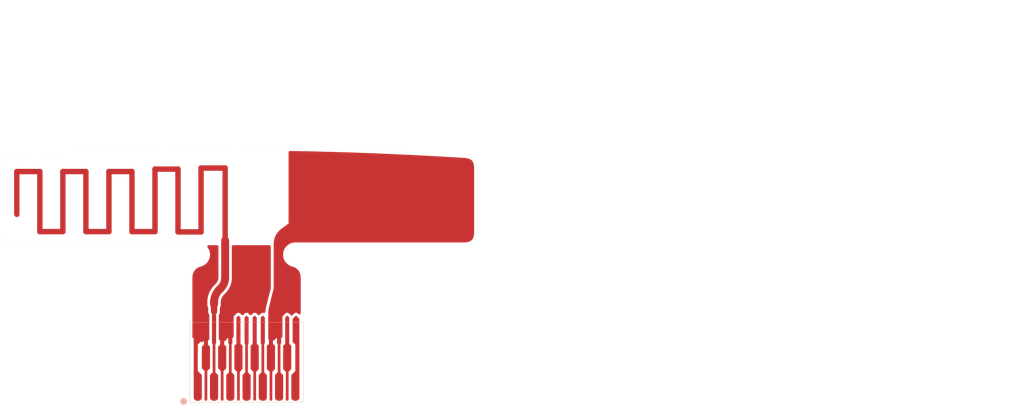
<source format=kicad_pcb>
(kicad_pcb (version 20240108) (generator "pcbnew") (generator_version "8.0")
  (layers (0 "F.Cu" signal) (31 "B.Cu" signal) (34 "B.Paste" user) (35 "F.Paste" user) (36 "B.SilkS" user "B.Silkscreen") (37 "F.SilkS" user "F.Silkscreen") (38 "B.Mask" user) (39 "F.Mask" user) (44 "Edge.Cuts" user))
  (net 0 "")
  (net 1 "Batteryin")
  (net 2 "gnd")
  (net 3 "antenna")
  (footprint "Library:flex connector" (layer "B.Cu") (at 175.7 90.05)
    (property "Reference" "REF**" (hide yes))
    (property "Value" "flex connector" (hide yes))
    (fp_circle (center -0.125 3.925) (end 0 3.925) (fill solid) (layer "B.SilkS"))
    (fp_poly (pts (xy 0.1 3.95) (xy 4.3 3.95) (xy 4.3 1) (xy 0.1 1)) (stroke (width 0.01)) (fill none) (layer "B.SilkS"))
    (pad "1" smd rect (at 0.325 2.325) (size 0.15 1.25) (layers "F.Cu" "F.Paste" "F.Mask"))
    (pad "1" smd roundrect (at 0.375 1.3) (size 0.25 1.1) (layers "F.Cu" "F.Paste" "F.Mask") (roundrect_rratio 0) (chamfer_ratio 0.5) (chamfer top_left top_right bottom_left bottom_right) (net 2 "gnd"))
    (pad "1" smd roundrect (at 0.4 3.35) (size 0.3 1.1) (layers "F.Cu" "F.Paste" "F.Mask") (roundrect_rratio 0.4) (chamfer_ratio 0.5) (chamfer top_left top_right))
    (pad "2" smd roundrect (at 0.7 1.425) (size 0.15 1.35) (layers "F.Cu" "F.Paste" "F.Mask") (roundrect_rratio 0) (chamfer_ratio 0.5) (chamfer top_left top_right bottom_left bottom_right) (net 2 "gnd"))
    (pad "2" smd roundrect (at 0.7 2.3) (size 0.3 1.1) (layers "F.Cu" "F.Paste" "F.Mask") (roundrect_rratio 0) (chamfer_ratio 0.5) (chamfer top_left top_right bottom_left bottom_right))
    (pad "2" smd roundrect (at 0.7 3.3) (size 0.1 1.2) (layers "F.Cu" "F.Paste" "F.Mask") (roundrect_rratio 0.5))
    (pad "3" smd roundrect (at 1 1.3) (size 0.15 1.1) (layers "F.Cu" "F.Paste" "F.Mask") (roundrect_rratio 0) (chamfer_ratio 0.5) (chamfer top_left top_right bottom_left bottom_right) (net 3 "antenna"))
    (pad "3" smd rect (at 1 2.4) (size 0.1 1.2) (layers "F.Cu" "F.Paste" "F.Mask"))
    (pad "3" smd roundrect (at 1 3.35) (size 0.3 1.1) (layers "F.Cu" "F.Paste" "F.Mask") (roundrect_rratio 0.4) (chamfer_ratio 0.5) (chamfer top_left top_right))
    (pad "4" smd roundrect (at 1.3 1.425) (size 0.15 1.35) (layers "F.Cu" "F.Paste" "F.Mask") (roundrect_rratio 0) (chamfer_ratio 0.5) (chamfer top_left top_right bottom_left bottom_right) (net 2 "gnd"))
    (pad "4" smd roundrect (at 1.3 2.3) (size 0.3 1.1) (layers "F.Cu" "F.Paste" "F.Mask") (roundrect_rratio 0) (chamfer_ratio 0.5) (chamfer top_left top_right bottom_left bottom_right))
    (pad "4" smd roundrect (at 1.3 3.3) (size 0.1 1.2) (layers "F.Cu" "F.Paste" "F.Mask") (roundrect_rratio 0.5))
    (pad "5" smd roundrect (at 1.6 1.3) (size 0.15 1.1) (layers "F.Cu" "F.Paste" "F.Mask") (roundrect_rratio 0) (chamfer_ratio 0.5) (chamfer top_left top_right bottom_left bottom_right) (net 2 "gnd"))
    (pad "5" smd rect (at 1.6 2.3) (size 0.1 1.25) (layers "F.Cu" "F.Paste" "F.Mask"))
    (pad "5" smd roundrect (at 1.6 3.35) (size 0.3 1.1) (layers "F.Cu" "F.Paste" "F.Mask") (roundrect_rratio 0.4) (chamfer_ratio 0.5) (chamfer top_left top_right))
    (pad "6" smd roundrect (at 1.899999 2.3) (size 0.3 1.1) (layers "F.Cu" "F.Paste" "F.Mask") (roundrect_rratio 0) (chamfer_ratio 0.4) (chamfer top_left top_right bottom_left bottom_right))
    (pad "6" smd roundrect (at 1.9 1.425) (size 0.15 1.35) (layers "F.Cu" "F.Paste" "F.Mask") (roundrect_rratio 0) (chamfer_ratio 0.5) (chamfer top_left top_right bottom_left bottom_right))
    (pad "6" smd roundrect (at 1.9 3.299999) (size 0.1 1.2) (layers "F.Cu" "F.Paste" "F.Mask") (roundrect_rratio 0.5))
    (pad "7" smd roundrect (at 2.2 1.3) (size 0.15 1.1) (layers "F.Cu" "F.Paste" "F.Mask") (roundrect_rratio 0) (chamfer_ratio 0.5) (chamfer top_left top_right bottom_left bottom_right))
    (pad "7" smd rect (at 2.2 2.300001) (size 0.1 1.25) (layers "F.Cu" "F.Paste" "F.Mask"))
    (pad "7" smd roundrect (at 2.2 3.35) (size 0.3 1.1) (layers "F.Cu" "F.Paste" "F.Mask") (roundrect_rratio 0.4) (chamfer_ratio 0.5) (chamfer top_left top_right))
    (pad "8" smd roundrect (at 2.5 1.425) (size 0.15 1.35) (layers "F.Cu" "F.Paste" "F.Mask") (roundrect_rratio 0) (chamfer_ratio 0.5) (chamfer top_left top_right bottom_left bottom_right))
    (pad "8" smd roundrect (at 2.5 2.300001) (size 0.3 1.1) (layers "F.Cu" "F.Paste" "F.Mask") (roundrect_rratio 0) (chamfer_ratio 0.4) (chamfer top_left top_right bottom_left bottom_right))
    (pad "8" smd roundrect (at 2.5 3.299999) (size 0.1 1.2) (layers "F.Cu" "F.Paste" "F.Mask") (roundrect_rratio 0.5))
    (pad "9" smd roundrect (at 2.8 1.3) (size 0.15 1.1) (layers "F.Cu" "F.Paste" "F.Mask") (roundrect_rratio 0) (chamfer_ratio 0.5) (chamfer top_left top_right bottom_left bottom_right))
    (pad "9" smd rect (at 2.8 2.300001) (size 0.1 1.25) (layers "F.Cu" "F.Paste" "F.Mask"))
    (pad "9" smd roundrect (at 2.8 3.35) (size 0.3 1.1) (layers "F.Cu" "F.Paste" "F.Mask") (roundrect_rratio 0.4) (chamfer_ratio 0.5) (chamfer top_left top_right))
    (pad "10" smd roundrect (at 3.1 1.4125) (size 0.15 1.325) (layers "F.Cu" "F.Paste" "F.Mask") (roundrect_rratio 0) (chamfer_ratio 0.5) (chamfer top_left top_right bottom_left bottom_right) (net 1 "Batteryin"))
    (pad "10" smd roundrect (at 3.1 2.300001) (size 0.3 1.1) (layers "F.Cu" "F.Paste" "F.Mask") (roundrect_rratio 0) (chamfer_ratio 0.4) (chamfer top_left top_right bottom_left bottom_right))
    (pad "10" smd roundrect (at 3.1 3.299999) (size 0.1 1.2) (layers "F.Cu" "F.Paste" "F.Mask") (roundrect_rratio 0.5))
    (pad "11" smd roundrect (at 3.4 1.3) (size 0.15 1.1) (layers "F.Cu" "F.Paste" "F.Mask") (roundrect_rratio 0) (chamfer_ratio 0.5) (chamfer top_left top_right bottom_left bottom_right) (net 1 "Batteryin"))
    (pad "11" smd rect (at 3.4 2.300001) (size 0.1 1.25) (layers "F.Cu" "F.Paste" "F.Mask"))
    (pad "11" smd roundrect (at 3.4 3.35) (size 0.3 1.1) (layers "F.Cu" "F.Paste" "F.Mask") (roundrect_rratio 0.4) (chamfer_ratio 0.5) (chamfer top_left top_right))
    (pad "12" smd roundrect (at 3.7 1.3625) (size 0.15 1.225) (layers "F.Cu" "F.Paste" "F.Mask") (roundrect_rratio 0) (chamfer_ratio 0.5) (chamfer top_left top_right bottom_left bottom_right))
    (pad "12" smd roundrect (at 3.7 2.300001) (size 0.3 1.1) (layers "F.Cu" "F.Paste" "F.Mask") (roundrect_rratio 0) (chamfer_ratio 0.4) (chamfer top_left top_right bottom_left bottom_right))
    (pad "12" smd roundrect (at 3.7 3.299999) (size 0.1 1.2) (layers "F.Cu" "F.Paste" "F.Mask") (roundrect_rratio 0.5))
    (pad "13" smd roundrect (at 4 3.35) (size 0.3 1.1) (layers "F.Cu" "F.Paste" "F.Mask") (roundrect_rratio 0.4) (chamfer_ratio 0.5) (chamfer top_left top_right))
    (pad "13" smd roundrect (at 4.025 1.3) (size 0.25 1.1) (layers "F.Cu" "F.Paste" "F.Mask") (roundrect_rratio 0) (chamfer_ratio 0.5) (chamfer top_left top_right bottom_left bottom_right))
    (pad "13" smd rect (at 4.075 2.325) (size 0.15 1.25) (layers "F.Cu" "F.Paste" "F.Mask"))
  )
  (gr_curve (pts (xy 186.085126 84.895581) (xy 186.035 84.883699) (xy 185.982016 84.877337) (xy 185.930756 84.874178)) (stroke (width 0.001)) (layer "Edge.Cuts"))
  (gr_curve (pts (xy 186.367544 85.135278) (xy 186.352317 85.090433) (xy 186.330474 85.049035) (xy 186.299233 85.013313)) (stroke (width 0.001)) (layer "Edge.Cuts"))
  (gr_line (start 178.656 84.607722) (end 179.359999 84.616785) (stroke (width 0.001)) (layer "Edge.Cuts"))
  (gr_curve (pts (xy 169.000672 88.143867) (xy 169.040784 88.164477) (xy 169.084595 88.17781) (xy 169.128777 88.186394)) (stroke (width 0.001)) (layer "Edge.Cuts"))
  (gr_arc (start 179.617646 88.891144) (mid 179.384095 88.70169) (end 179.383771 88.400971) (stroke (width 0.001)) (layer "Edge.Cuts"))
  (gr_line (start 175.8 94) (end 175.8 89.377059) (stroke (width 0.001)) (layer "Edge.Cuts"))
  (gr_curve (pts (xy 173.178223 84.683743) (xy 173.35858 84.677386) (xy 173.538934 84.671326) (xy 173.71929 84.665565)) (stroke (width 0.001)) (layer "Edge.Cuts"))
  (gr_line (start 180.425509 84.636281) (end 181.119999 84.654961) (stroke (width 0.001)) (layer "Edge.Cuts"))
  (gr_line (start 177.12649 84.604395) (end 177.599999 84.603805) (stroke (width 0.001)) (layer "Edge.Cuts"))
  (gr_curve (pts (xy 168.811866 85.217837) (xy 168.80309 85.268599) (xy 168.799999 85.321874) (xy 168.799999 85.373231)) (stroke (width 0.001)) (layer "Edge.Cuts"))
  (gr_line (start 182.738639 84.710828) (end 182.88 84.716631) (stroke (width 0.001)) (layer "Edge.Cuts"))
  (gr_arc (start 179.617646 88.891144) (mid 179.892941 89.067961) (end 179.999961 89.377159) (stroke (width 0.001)) (layer "Edge.Cuts"))
  (gr_curve (pts (xy 186.342894 88.000298) (xy 186.363505 87.960186) (xy 186.376838 87.916375) (xy 186.385423 87.872193)) (stroke (width 0.001)) (layer "Edge.Cuts"))
  (gr_curve (pts (xy 186.200772 84.937152) (xy 186.16439 84.918262) (xy 186.124933 84.905016) (xy 186.085126 84.895581)) (stroke (width 0.001)) (layer "Edge.Cuts"))
  (gr_curve (pts (xy 186.399999 85.373231) (xy 186.399999 85.277745) (xy 186.389315 85.199396) (xy 186.367544 85.135278)) (stroke (width 0.001)) (layer "Edge.Cuts"))
  (gr_curve (pts (xy 182.5266 84.702453) (xy 182.59728 84.7052) (xy 182.66796 84.707992) (xy 182.738639 84.710828)) (stroke (width 0.001)) (layer "Edge.Cuts"))
  (gr_curve (pts (xy 168.916205 84.996894) (xy 168.886149 85.026634) (xy 168.863365 85.061238) (xy 168.846244 85.099852)) (stroke (width 0.001)) (layer "Edge.Cuts"))
  (gr_curve (pts (xy 172.319999 84.716631) (xy 172.491644 84.709531) (xy 172.663289 84.70269) (xy 172.834934 84.696108)) (stroke (width 0.001)) (layer "Edge.Cuts"))
  (gr_line (start 176.099982 88.200971) (end 173.178224 88.200971) (stroke (width 0.001)) (layer "Edge.Cuts"))
  (gr_line (start 180 94) (end 175.8 94) (stroke (width 0.001)) (layer "Edge.Cuts"))
  (gr_line (start 176.185736 84.612121) (end 176.416228 84.609695) (stroke (width 0.001)) (layer "Edge.Cuts"))
  (gr_curve (pts (xy 174.079999 84.654961) (xy 174.431999 84.644913) (xy 174.784 84.636041) (xy 175.135999 84.628376)) (stroke (width 0.001)) (layer "Edge.Cuts"))
  (gr_curve (pts (xy 168.846244 85.099852) (xy 168.829629 85.137328) (xy 168.818835 85.177525) (xy 168.811866 85.217837)) (stroke (width 0.001)) (layer "Edge.Cuts"))
  (gr_line (start 179.999961 89.377159) (end 180 94) (stroke (width 0.001)) (layer "Edge.Cuts"))
  (gr_line (start 171.615999 84.746832) (end 172.319999 84.716631) (stroke (width 0.001)) (layer "Edge.Cuts"))
  (gr_curve (pts (xy 169.269243 84.874178) (xy 169.173937 84.880053) (xy 169.096394 84.895536) (xy 169.033736 84.921209)) (stroke (width 0.001)) (layer "Edge.Cuts"))
  (gr_arc (start 175.8 89.377059) (mid 175.907054 89.067918) (end 176.182353 88.891144) (stroke (width 0.001)) (layer "Edge.Cuts"))
  (gr_curve (pts (xy 170.559999 84.800009) (xy 170.911999 84.781261) (xy 171.263999 84.76353) (xy 171.615999 84.746832)) (stroke (width 0.001)) (layer "Edge.Cuts"))
  (gr_curve (pts (xy 181.119999 84.654961) (xy 181.401319 84.662991) (xy 181.682639 84.671771) (xy 181.96396 84.681286)) (stroke (width 0.001)) (layer "Edge.Cuts"))
  (gr_arc (start 176.099982 88.200971) (mid 176.287082 88.255161) (end 176.416228 88.400971) (stroke (width 0.001)) (layer "Edge.Cuts"))
  (gr_line (start 175.135999 84.628376) (end 175.839999 84.616785) (stroke (width 0.001)) (layer "Edge.Cuts"))
  (gr_curve (pts (xy 186.267035 88.098306) (xy 186.298782 88.070631) (xy 186.323658 88.037739) (xy 186.342894 88.000298)) (stroke (width 0.001)) (layer "Edge.Cuts"))
  (gr_curve (pts (xy 185.9 88.200971) (xy 185.996807 88.200971) (xy 186.076909 88.189988) (xy 186.142561 88.167729)) (stroke (width 0.001)) (layer "Edge.Cuts"))
  (gr_curve (pts (xy 175.839999 84.616785) (xy 175.955246 84.615094) (xy 176.070491 84.613539) (xy 176.185736 84.612121)) (stroke (width 0.001)) (layer "Edge.Cuts"))
  (gr_curve (pts (xy 182.88 84.716631) (xy 183.231999 84.73119) (xy 183.583999 84.746832) (xy 183.935999 84.76353)) (stroke (width 0.001)) (layer "Edge.Cuts"))
  (gr_curve (pts (xy 169.128777 88.186394) (xy 169.184493 88.197219) (xy 169.243418 88.200971) (xy 169.299999 88.200971)) (stroke (width 0.001)) (layer "Edge.Cuts"))
  (gr_line (start 182.5266 88.200971) (end 185.9 88.200971) (stroke (width 0.001)) (layer "Edge.Cuts"))
  (gr_curve (pts (xy 186.385423 87.872193) (xy 186.396247 87.816478) (xy 186.399999 87.757553) (xy 186.4 87.700971)) (stroke (width 0.001)) (layer "Edge.Cuts"))
  (gr_arc (start 179.383771 88.400971) (mid 179.512916 88.255168) (end 179.7 88.200971) (stroke (width 0.001)) (layer "Edge.Cuts"))
  (gr_line (start 186.4 87.700971) (end 186.399999 85.373231) (stroke (width 0.001)) (layer "Edge.Cuts"))
  (gr_curve (pts (xy 168.833241 87.943532) (xy 168.848723 87.989196) (xy 168.870925 88.031598) (xy 168.902664 88.068006)) (stroke (width 0.001)) (layer "Edge.Cuts"))
  (gr_curve (pts (xy 168.902664 88.068006) (xy 168.930339 88.099753) (xy 168.963232 88.124628) (xy 169.000672 88.143867)) (stroke (width 0.001)) (layer "Edge.Cuts"))
  (gr_line (start 172.834934 84.696108) (end 173.178223 84.683743) (stroke (width 0.001)) (layer "Edge.Cuts"))
  (gr_curve (pts (xy 177.599999 84.603805) (xy 177.952 84.603805) (xy 178.303999 84.60511) (xy 178.656 84.607722)) (stroke (width 0.001)) (layer "Edge.Cuts"))
  (gr_line (start 173.71929 84.665565) (end 174.079999 84.654961) (stroke (width 0.001)) (layer "Edge.Cuts"))
  (gr_curve (pts (xy 179.383772 84.617136) (xy 179.731017 84.622297) (xy 180.078262 84.628686) (xy 180.425509 84.636281)) (stroke (width 0.001)) (layer "Edge.Cuts"))
  (gr_line (start 179.7 88.200971) (end 182.5266 88.200971) (stroke (width 0.001)) (layer "Edge.Cuts"))
  (gr_line (start 185.414453 84.842893) (end 185.930756 84.874178) (stroke (width 0.001)) (layer "Edge.Cuts"))
  (gr_curve (pts (xy 186.299233 85.013313) (xy 186.271398 84.981486) (xy 186.238261 84.956615) (xy 186.200772 84.937152)) (stroke (width 0.001)) (layer "Edge.Cuts"))
  (gr_curve (pts (xy 168.799999 87.700971) (xy 168.799999 87.797777) (xy 168.810981 87.87788) (xy 168.833241 87.943532)) (stroke (width 0.001)) (layer "Edge.Cuts"))
  (gr_arc (start 176.416228 88.400971) (mid 176.415878 88.701683) (end 176.182353 88.891144) (stroke (width 0.001)) (layer "Edge.Cuts"))
  (gr_line (start 181.96396 84.681286) (end 182.5266 84.702453) (stroke (width 0.001)) (layer "Edge.Cuts"))
  (gr_curve (pts (xy 184.64 84.800009) (xy 184.898152 84.813758) (xy 185.156302 84.828055) (xy 185.414453 84.842893)) (stroke (width 0.001)) (layer "Edge.Cuts"))
  (gr_line (start 170.043696 84.828055) (end 170.559999 84.800009) (stroke (width 0.001)) (layer "Edge.Cuts"))
  (gr_curve (pts (xy 179.359999 84.616785) (xy 179.364754 84.616855) (xy 179.369509 84.616925) (xy 179.374262 84.616995)) (stroke (width 0.001)) (layer "Edge.Cuts"))
  (gr_line (start 179.374262 84.616995) (end 179.383772 84.617136) (stroke (width 0.001)) (layer "Edge.Cuts"))
  (gr_line (start 168.799999 85.373231) (end 168.799999 87.700971) (stroke (width 0.001)) (layer "Edge.Cuts"))
  (gr_curve (pts (xy 176.416228 84.609695) (xy 176.652981 84.607345) (xy 176.889736 84.605577) (xy 177.12649 84.604395)) (stroke (width 0.001)) (layer "Edge.Cuts"))
  (gr_line (start 183.935999 84.76353) (end 184.64 84.800009) (stroke (width 0.001)) (layer "Edge.Cuts"))
  (gr_curve (pts (xy 169.033736 84.921209) (xy 168.989914 84.939166) (xy 168.949937 84.963514) (xy 168.916205 84.996894)) (stroke (width 0.001)) (layer "Edge.Cuts"))
  (gr_curve (pts (xy 186.142561 88.167729) (xy 186.188225 88.152247) (xy 186.230626 88.130044) (xy 186.267035 88.098306)) (stroke (width 0.001)) (layer "Edge.Cuts"))
  (gr_curve (pts (xy 169.269243 84.874178) (xy 169.527393 84.858268) (xy 169.785545 84.842893) (xy 170.043696 84.828055)) (stroke (width 0.001)) (layer "Edge.Cuts"))
  (gr_line (start 173.178224 88.200971) (end 169.299999 88.200971) (stroke (width 0.001)) (layer "Edge.Cuts"))
  (segment (start 170.27 85.48) (end 169.42 85.48) (width 0.2) (layer "F.Cu") (net 3))
  (segment (start 176.945024 89.794977) (end 176.94 89.8) (width 0.2939) (layer "F.Cu") (net 3))
  (segment (start 171.97 85.48) (end 171.97 87.7) (width 0.2) (layer "F.Cu") (net 3))
  (segment (start 172.82 85.48) (end 172.82 87.7) (width 0.2) (layer "F.Cu") (net 3))
  (segment (start 174.52 85.39) (end 174.52 87.7) (width 0.2) (layer "F.Cu") (net 3))
  (segment (start 171.12 87.7) (end 170.27 87.7) (width 0.2) (layer "F.Cu") (net 3))
  (segment (start 175.37 87.71) (end 175.37 85.39) (width 0.2) (layer "F.Cu") (net 3))
  (segment (start 176.94 89.8) (end 176.892427 89.847573) (width 0.2939) (layer "F.Cu") (net 3))
  (segment (start 171.97 85.48) (end 171.12 85.48) (width 0.2) (layer "F.Cu") (net 3))
  (segment (start 176.7 90.312132) (end 176.7 90.386514) (width 0.2939) (layer "F.Cu") (net 3))
  (segment (start 170.27 85.48) (end 170.27 87.7) (width 0.2) (layer "F.Cu") (net 3))
  (segment (start 174.52 87.7) (end 173.67 87.7) (width 0.2) (layer "F.Cu") (net 3))
  (segment (start 176.22 87.71) (end 175.37 87.71) (width 0.2) (layer "F.Cu") (net 3))
  (segment (start 169.42 85.48) (end 169.42 87.06) (width 0.2) (layer "F.Cu") (net 3))
  (segment (start 176.7 90.386514) (end 176.7 90.65) (width 0.23) (layer "F.Cu") (net 3))
  (segment (start 177.11 85.35) (end 176.22 85.35) (width 0.2) (layer "F.Cu") (net 3))
  (segment (start 173.67 85.48) (end 172.82 85.48) (width 0.2) (layer "F.Cu") (net 3))
  (segment (start 177.11 85.35) (end 177.11 88.03) (width 0.2) (layer "F.Cu") (net 3))
  (segment (start 175.37 85.39) (end 174.52 85.39) (width 0.2) (layer "F.Cu") (net 3))
  (segment (start 176.22 85.35) (end 176.22 87.71) (width 0.2) (layer "F.Cu") (net 3))
  (segment (start 173.67 85.48) (end 173.67 87.7) (width 0.2) (layer "F.Cu") (net 3))
  (segment (start 177.11 89.396712) (end 177.11 88.03) (width 0.2939) (layer "F.Cu") (net 3))
  (segment (start 176.7 91.35) (end 176.7 90.65) (width 0.15) (layer "F.Cu") (net 3))
  (segment (start 171.12 85.48) (end 171.12 87.7) (width 0.2) (layer "F.Cu") (net 3))
  (segment (start 172.82 87.7) (end 171.97 87.7) (width 0.2) (layer "F.Cu") (net 3))
  (arc (start 176.892427 89.847573) (mid 176.75001 90.060714) (end 176.7 90.312132) (width 0.2939) (layer "F.Cu") (net 3))
  (arc (start 177.11 89.396712) (mid 177.067134 89.612229) (end 176.945024 89.794977) (width 0.2939) (layer "F.Cu") (net 3))
  (zone (net 2) (net_name "gnd") (layer "F.Cu") (connect_pads yes (clearance 0.1)) (min_thickness 0.1) (fill yes (thermal_gap 0.1) (thermal_bridge_width 0.15))
    (polygon (pts (xy 175.5 88.2) (xy 180.3 88.2) (xy 180.3 94.2) (xy 175.5 94.2)))
  )
  (zone (net 1) (net_name "Batteryin") (layer "F.Cu") (connect_pads yes (clearance 0.1)) (min_thickness 0.1) (fill yes (thermal_gap 0.1) (thermal_bridge_width 0.15) (smoothing fillet) (radius 1))
    (polygon (pts (xy 178.7 90.6) (xy 178.9 89.8) (xy 178.9 87.8) (xy 179.45 87.4) (xy 179.45 83.2) (xy 187.3 83.8) (xy 187.3 92.860951) (xy 178.7 92.860951)))
  )
)
</source>
